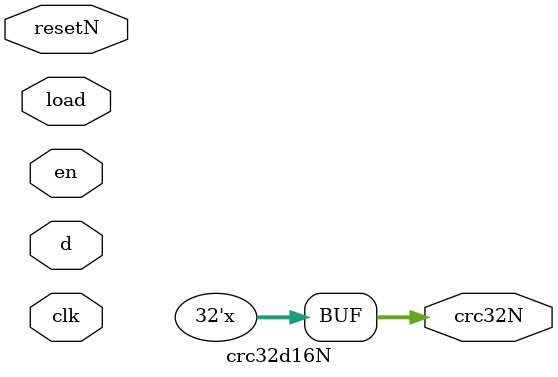
<source format=v>

module crc32d16N (/*AUTOARG*/
   // Outputs
   crc32N, 
   // Inputs
   clk, resetN, load, d, en
   );
   input        clk;
   input 	resetN;
   input 	load;  //load the seed value
   input [15:0] d;     //16 bit of tlp data starting with seq. num
   input 	en;    //should be high the entire packet.

   output [31:0] crc32N; //inverted and swapped per pci spec.
   wire [31:0] 	 crc32N;

   assign 	 crc32N = {~crc32[0],~crc32[1],~crc32[2],~crc32[3],~crc32[4],~crc32[5],~crc32[6],~crc32[7],
			   ~crc32[8],~crc32[9],~crc32[10],~crc32[11],~crc32[12],~crc32[13],~crc32[14],~crc32[15],
			   ~crc32[16],~crc32[17],~crc32[18],~crc32[19],~crc32[20],~crc32[21],~crc32[22],~crc32[23], 
			   ~crc32[24],~crc32[25],~crc32[26],~crc32[27],~crc32[28],~crc32[29],~crc32[30],~crc32[31]};
   
   /*AUTOWIRE*/
   // Beginning of automatic wires (for undeclared instantiated-module outputs)
   wire [31:0]		crc;			// From make_crc32d16 of crc32d16.v
   // End of automatics
   
   /* -----\/----- EXCLUDED -----\/-----
   crc32d16 AUTO_TEMPLATE (.init(32'hFFFF_FFFF));
    -----/\----- EXCLUDED -----/\----- */
   
   crc32d16 make_crc32d16 (/*AUTOINST*/
			   // Outputs
			   .crc		(crc[31:0]),
			   // Inputs
			   .clk		(clk),
			   .resetN	(resetN),
			   .load	(load),
			   .d		(d[15:0]),
			   .init	(32'hFFFF_FFFF),	 // Templated
			   .en		(en));
   
endmodule


</source>
